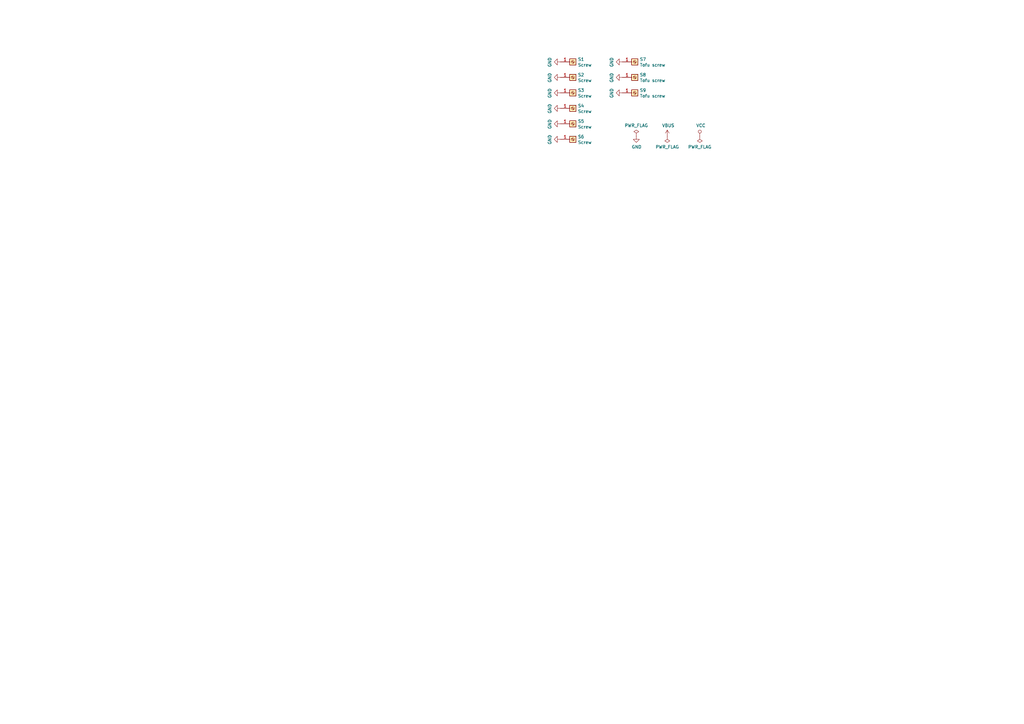
<source format=kicad_sch>
(kicad_sch (version 20230121) (generator eeschema)
  (paper "A3")
  (lib_symbols
    (symbol "Connector:Screw_Terminal_01x01" (pin_names (offset 1.016) hide)
      (property "Reference" "J" (at 0 2.54 0))
      (property "Value" "Screw_Terminal_01x01" (at 0 -2.54 0))
      (symbol "Screw_Terminal_01x01_1_1"
        (rectangle (start -1.27 1.27) (end 1.27 -1.27) (stroke (width 0.254)) (fill (type background)))
        (polyline (pts (xy -0.5334 0.3302) (xy 0.3302 -0.508)) (stroke (width 0.1524)))
        (polyline (pts (xy -0.3556 0.508) (xy 0.508 -0.3302)) (stroke (width 0.1524)))
        (circle (center 0 0) (radius 0.635) (stroke (width 0.1524)))
        (pin passive line (at -5.08 0 0) (length 3.81) (name "Pin_1") (number "1"))
      )
    )
    (symbol "plain60-c-rescue:GND-Power-plain60-c-rescue" (power) (pin_names (offset 0))
      (property "Value" "GND-Power-plain60-c-rescue" (at 0 -3.81 0))
      (symbol "GND-Power-plain60-c-rescue_0_1"
        (polyline (pts (xy 0 0) (xy 0 -1.27) (xy 1.27 -1.27) (xy 0 -2.54) (xy -1.27 -1.27) (xy 0 -1.27)))
      )
      (symbol "GND-Power-plain60-c-rescue_1_1"
        (pin power_in line (at 0 0 270) (length 0) hide (name "GND") (number "1"))
      )
    )
    (symbol "plain60-c-rescue:VBUS-Power-plain60-c-rescue" (power) (pin_names (offset 0))
      (property "Value" "VBUS-Power-plain60-c-rescue" (at 0 3.81 0))
      (symbol "VBUS-Power-plain60-c-rescue_0_1"
        (polyline (pts (xy -0.762 1.27) (xy 0 2.54)))
        (polyline (pts (xy 0 0) (xy 0 2.54)))
        (polyline (pts (xy 0 2.54) (xy 0.762 1.27)))
      )
      (symbol "VBUS-Power-plain60-c-rescue_1_1"
        (pin power_in line (at 0 0 90) (length 0) hide (name "VBUS") (number "1"))
      )
    )
    (symbol "plain60-c-rescue:VCC-Power-plain60-c-rescue" (power) (pin_names (offset 0))
      (property "Value" "VCC-Power-plain60-c-rescue" (at 0 3.81 0))
      (symbol "VCC-Power-plain60-c-rescue_0_1"
        (polyline (pts (xy 0 0) (xy 0 1.27)))
        (circle (center 0 1.905) (radius 0.635))
      )
      (symbol "VCC-Power-plain60-c-rescue_1_1"
        (pin power_in line (at 0 0 90) (length 0) hide (name "VCC") (number "1"))
      )
    )
    (symbol "power:PWR_FLAG" (power) (pin_numbers hide) (pin_names (offset 0) hide)
      (property "Value" "PWR_FLAG" (at 0 3.81 0))
      (symbol "PWR_FLAG_0_0"
        (pin power_out line (at 0 0 90) (length 0) (name "pwr") (number "1"))
      )
      (symbol "PWR_FLAG_0_1"
        (polyline (pts (xy 0 0) (xy 0 1.27) (xy -1.016 1.905) (xy 0 2.54) (xy 1.016 1.905) (xy 0 1.27)))
      )
    )
  )
  (symbol (lib_id "Connector:Screw_Terminal_01x01") (at 234.95 25.4 0) (unit 1)
    (property "Reference" "S1" (at 236.982 24.3332 0) (effects (justify left)))
    (property "Value" "Screw" (at 236.982 26.6446 0) (effects (justify left)))
    (property "Footprint" "footprints:5.5_5x2.5mm" (effects hide))
  )
  (symbol (lib_id "plain60-c-rescue:GND-Power-plain60-c-rescue") (at 229.87 25.4 270) (unit 1)
    (property "Reference" "#PWR0114" (effects hide))
    (property "Value" "GND" (at 225.4758 25.527 0))
  )
  (symbol (lib_id "Connector:Screw_Terminal_01x01") (at 234.95 31.75 0) (unit 1)
    (property "Reference" "S2" (at 236.982 30.6832 0) (effects (justify left)))
    (property "Value" "Screw" (at 236.982 32.9946 0) (effects (justify left)))
    (property "Footprint" "footprints:5.5_5x2.5mm" (effects hide))
  )
  (symbol (lib_id "plain60-c-rescue:GND-Power-plain60-c-rescue") (at 229.87 31.75 270) (unit 1)
    (property "Reference" "#PWR0115" (effects hide))
    (property "Value" "GND" (at 225.4758 31.877 0))
  )
  (symbol (lib_id "Connector:Screw_Terminal_01x01") (at 234.95 38.1 0) (unit 1)
    (property "Reference" "S3" (at 236.982 37.0332 0) (effects (justify left)))
    (property "Value" "Screw" (at 236.982 39.3446 0) (effects (justify left)))
    (property "Footprint" "footprints:5.5_5x2.5mm" (effects hide))
  )
  (symbol (lib_id "plain60-c-rescue:GND-Power-plain60-c-rescue") (at 229.87 38.1 270) (unit 1)
    (property "Reference" "#PWR0116" (effects hide))
    (property "Value" "GND" (at 225.4758 38.227 0))
  )
  (symbol (lib_id "Connector:Screw_Terminal_01x01") (at 234.95 44.45 0) (unit 1)
    (property "Reference" "S4" (at 236.982 43.3832 0) (effects (justify left)))
    (property "Value" "Screw" (at 236.982 45.6946 0) (effects (justify left)))
    (property "Footprint" "footprints:10x5_7x2.5mm" (effects hide))
  )
  (symbol (lib_id "plain60-c-rescue:GND-Power-plain60-c-rescue") (at 229.87 44.45 270) (unit 1)
    (property "Reference" "#PWR0117" (effects hide))
    (property "Value" "GND" (at 225.4758 44.577 0))
  )
  (symbol (lib_id "Connector:Screw_Terminal_01x01") (at 234.95 50.8 0) (unit 1)
    (property "Reference" "S5" (at 236.982 49.7332 0) (effects (justify left)))
    (property "Value" "Screw" (at 236.982 52.0446 0) (effects (justify left)))
    (property "Footprint" "footprints:10x5_7x2.5mm" (effects hide))
  )
  (symbol (lib_id "plain60-c-rescue:GND-Power-plain60-c-rescue") (at 229.87 50.8 270) (unit 1)
    (property "Reference" "#PWR0118" (effects hide))
    (property "Value" "GND" (at 225.4758 50.927 0))
  )
  (symbol (lib_id "Connector:Screw_Terminal_01x01") (at 234.95 57.15 0) (unit 1)
    (property "Reference" "S6" (at 236.982 56.0832 0) (effects (justify left)))
    (property "Value" "Screw" (at 236.982 58.3946 0) (effects (justify left)))
    (property "Footprint" "footprints:5.5_5x2.5mm" (effects hide))
  )
  (symbol (lib_id "plain60-c-rescue:GND-Power-plain60-c-rescue") (at 229.87 57.15 270) (unit 1)
    (property "Reference" "#PWR0119" (effects hide))
    (property "Value" "GND" (at 225.4758 57.277 0))
  )
  (symbol (lib_id "Connector:Screw_Terminal_01x01") (at 260.35 25.4 0) (unit 1)
    (property "Reference" "S7" (at 262.382 24.3332 0) (effects (justify left)))
    (property "Value" "Tofu screw" (at 262.382 26.6446 0) (effects (justify left)))
    (property "Footprint" "footprints:5.5_5x2.5mm" (effects hide))
  )
  (symbol (lib_id "plain60-c-rescue:GND-Power-plain60-c-rescue") (at 255.27 25.4 270) (unit 1)
    (property "Reference" "#PWR0127" (effects hide))
    (property "Value" "GND" (at 250.8758 25.527 0))
  )
  (symbol (lib_id "Connector:Screw_Terminal_01x01") (at 260.35 31.75 0) (unit 1)
    (property "Reference" "S8" (at 262.382 30.6832 0) (effects (justify left)))
    (property "Value" "Tofu screw" (at 262.382 32.9946 0) (effects (justify left)))
    (property "Footprint" "footprints:5.5_5x2.5mm" (effects hide))
  )
  (symbol (lib_id "plain60-c-rescue:GND-Power-plain60-c-rescue") (at 255.27 31.75 270) (unit 1)
    (property "Reference" "#PWR0128" (effects hide))
    (property "Value" "GND" (at 250.8758 31.877 0))
  )
  (symbol (lib_id "Connector:Screw_Terminal_01x01") (at 260.35 38.1 0) (unit 1)
    (property "Reference" "S9" (at 262.382 37.0332 0) (effects (justify left)))
    (property "Value" "Tofu screw" (at 262.382 39.3446 0) (effects (justify left)))
    (property "Footprint" "footprints:5.5_5x2.5mm" (effects hide))
  )
  (symbol (lib_id "plain60-c-rescue:GND-Power-plain60-c-rescue") (at 255.27 38.1 270) (unit 1)
    (property "Reference" "#PWR0129" (effects hide))
    (property "Value" "GND" (at 250.8758 38.227 0))
  )
  (symbol (lib_id "plain60-c-rescue:GND-Power-plain60-c-rescue") (at 260.985 55.88 0) (unit 1)
    (property "Reference" "#PWR0130" (effects hide))
    (property "Value" "GND-Power" (at 261.112 60.2742 0))
  )
  (symbol (lib_id "power:PWR_FLAG") (at 260.985 55.88 0) (unit 1)
    (property "Reference" "#FLG0101" (effects hide))
    (property "Value" "PWR_FLAG" (at 260.985 51.4858 0))
  )
  (symbol (lib_id "plain60-c-rescue:VBUS-Power-plain60-c-rescue") (at 273.685 55.88 0) (unit 1)
    (property "Reference" "#PWR0131" (effects hide))
    (property "Value" "VBUS-Power" (at 274.066 51.4858 0))
  )
  (symbol (lib_id "power:PWR_FLAG") (at 273.685 55.88 180) (unit 1)
    (property "Reference" "#FLG0102" (effects hide))
    (property "Value" "PWR_FLAG" (at 273.685 60.2742 0))
  )
  (symbol (lib_id "plain60-c-rescue:VCC-Power-plain60-c-rescue") (at 287.02 55.88 0) (unit 1)
    (property "Reference" "#PWR0132" (effects hide))
    (property "Value" "VCC-Power" (at 287.4518 51.4858 0))
  )
  (symbol (lib_id "power:PWR_FLAG") (at 287.02 55.88 180) (unit 1)
    (property "Reference" "#FLG0103" (effects hide))
    (property "Value" "PWR_FLAG" (at 287.02 60.2742 0))
  )
)
</source>
